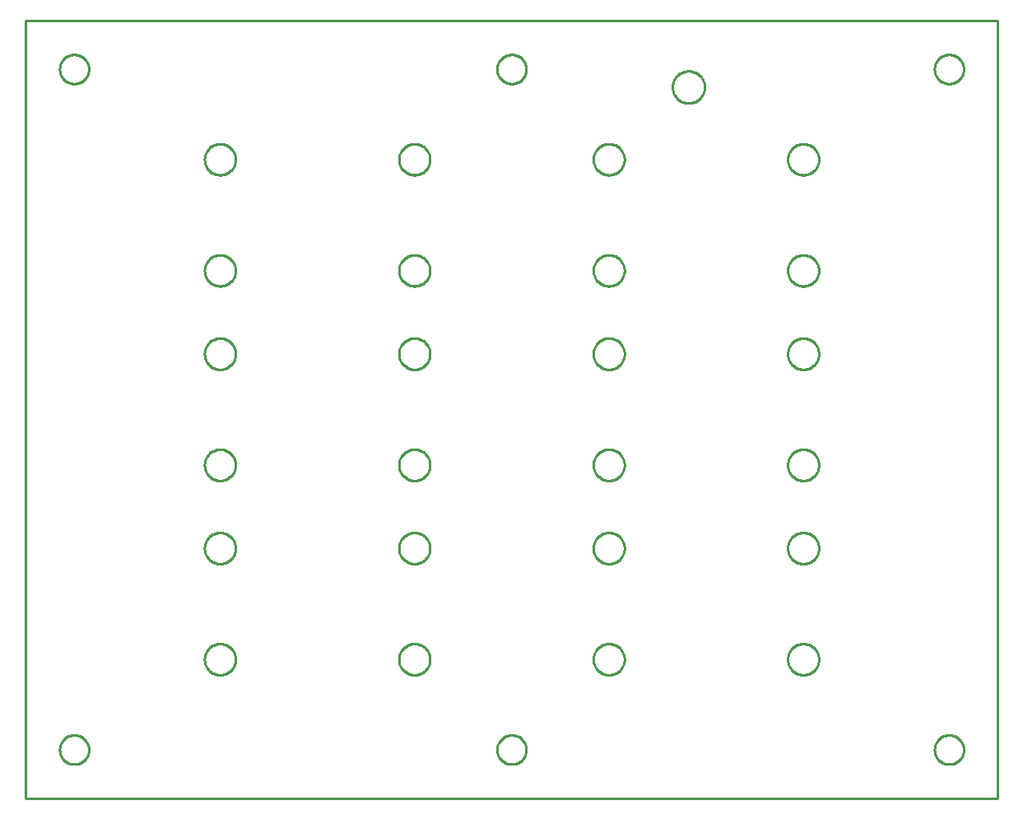
<source format=gbr>
G04 EAGLE Gerber RS-274X export*
G75*
%MOMM*%
%FSLAX34Y34*%
%LPD*%
%IN*%
%IPPOS*%
%AMOC8*
5,1,8,0,0,1.08239X$1,22.5*%
G01*
%ADD10C,0.254000*%


D10*
X0Y0D02*
X1000000Y0D01*
X1000000Y800000D01*
X0Y800000D01*
X0Y0D01*
X800524Y558850D02*
X801569Y558782D01*
X802608Y558645D01*
X803635Y558440D01*
X804647Y558169D01*
X805639Y557833D01*
X806607Y557432D01*
X807546Y556968D01*
X808454Y556445D01*
X809325Y555863D01*
X810156Y555225D01*
X810943Y554534D01*
X811684Y553793D01*
X812375Y553006D01*
X813013Y552175D01*
X813595Y551304D01*
X814118Y550396D01*
X814582Y549457D01*
X814983Y548489D01*
X815319Y547497D01*
X815590Y546485D01*
X815795Y545458D01*
X815932Y544419D01*
X816000Y543374D01*
X816000Y542326D01*
X815932Y541281D01*
X815795Y540242D01*
X815590Y539215D01*
X815319Y538203D01*
X814983Y537211D01*
X814582Y536243D01*
X814118Y535304D01*
X813595Y534396D01*
X813013Y533525D01*
X812375Y532694D01*
X811684Y531907D01*
X810943Y531166D01*
X810156Y530475D01*
X809325Y529838D01*
X808454Y529256D01*
X807546Y528732D01*
X806607Y528268D01*
X805639Y527867D01*
X804647Y527531D01*
X803635Y527260D01*
X802608Y527055D01*
X801569Y526919D01*
X800524Y526850D01*
X799476Y526850D01*
X798431Y526919D01*
X797392Y527055D01*
X796365Y527260D01*
X795353Y527531D01*
X794361Y527867D01*
X793393Y528268D01*
X792454Y528732D01*
X791546Y529256D01*
X790675Y529838D01*
X789844Y530475D01*
X789057Y531166D01*
X788316Y531907D01*
X787625Y532694D01*
X786988Y533525D01*
X786406Y534396D01*
X785882Y535304D01*
X785418Y536243D01*
X785017Y537211D01*
X784681Y538203D01*
X784410Y539215D01*
X784205Y540242D01*
X784069Y541281D01*
X784000Y542326D01*
X784000Y543374D01*
X784069Y544419D01*
X784205Y545458D01*
X784410Y546485D01*
X784681Y547497D01*
X785017Y548489D01*
X785418Y549457D01*
X785882Y550396D01*
X786406Y551304D01*
X786988Y552175D01*
X787625Y553006D01*
X788316Y553793D01*
X789057Y554534D01*
X789844Y555225D01*
X790675Y555863D01*
X791546Y556445D01*
X792454Y556968D01*
X793393Y557432D01*
X794361Y557833D01*
X795353Y558169D01*
X796365Y558440D01*
X797392Y558645D01*
X798431Y558782D01*
X799476Y558850D01*
X800524Y558850D01*
X800524Y673150D02*
X801569Y673082D01*
X802608Y672945D01*
X803635Y672740D01*
X804647Y672469D01*
X805639Y672133D01*
X806607Y671732D01*
X807546Y671268D01*
X808454Y670745D01*
X809325Y670163D01*
X810156Y669525D01*
X810943Y668834D01*
X811684Y668093D01*
X812375Y667306D01*
X813013Y666475D01*
X813595Y665604D01*
X814118Y664696D01*
X814582Y663757D01*
X814983Y662789D01*
X815319Y661797D01*
X815590Y660785D01*
X815795Y659758D01*
X815932Y658719D01*
X816000Y657674D01*
X816000Y656626D01*
X815932Y655581D01*
X815795Y654542D01*
X815590Y653515D01*
X815319Y652503D01*
X814983Y651511D01*
X814582Y650543D01*
X814118Y649604D01*
X813595Y648696D01*
X813013Y647825D01*
X812375Y646994D01*
X811684Y646207D01*
X810943Y645466D01*
X810156Y644775D01*
X809325Y644138D01*
X808454Y643556D01*
X807546Y643032D01*
X806607Y642568D01*
X805639Y642167D01*
X804647Y641831D01*
X803635Y641560D01*
X802608Y641355D01*
X801569Y641219D01*
X800524Y641150D01*
X799476Y641150D01*
X798431Y641219D01*
X797392Y641355D01*
X796365Y641560D01*
X795353Y641831D01*
X794361Y642167D01*
X793393Y642568D01*
X792454Y643032D01*
X791546Y643556D01*
X790675Y644138D01*
X789844Y644775D01*
X789057Y645466D01*
X788316Y646207D01*
X787625Y646994D01*
X786988Y647825D01*
X786406Y648696D01*
X785882Y649604D01*
X785418Y650543D01*
X785017Y651511D01*
X784681Y652503D01*
X784410Y653515D01*
X784205Y654542D01*
X784069Y655581D01*
X784000Y656626D01*
X784000Y657674D01*
X784069Y658719D01*
X784205Y659758D01*
X784410Y660785D01*
X784681Y661797D01*
X785017Y662789D01*
X785418Y663757D01*
X785882Y664696D01*
X786406Y665604D01*
X786988Y666475D01*
X787625Y667306D01*
X788316Y668093D01*
X789057Y668834D01*
X789844Y669525D01*
X790675Y670163D01*
X791546Y670745D01*
X792454Y671268D01*
X793393Y671732D01*
X794361Y672133D01*
X795353Y672469D01*
X796365Y672740D01*
X797392Y672945D01*
X798431Y673082D01*
X799476Y673150D01*
X800524Y673150D01*
X965000Y49464D02*
X964924Y48396D01*
X964771Y47335D01*
X964543Y46288D01*
X964241Y45260D01*
X963867Y44256D01*
X963422Y43281D01*
X962908Y42341D01*
X962329Y41440D01*
X961687Y40582D01*
X960985Y39772D01*
X960228Y39015D01*
X959418Y38313D01*
X958560Y37671D01*
X957659Y37092D01*
X956719Y36578D01*
X955744Y36133D01*
X954740Y35759D01*
X953712Y35457D01*
X952665Y35229D01*
X951604Y35076D01*
X950536Y35000D01*
X949464Y35000D01*
X948396Y35076D01*
X947335Y35229D01*
X946288Y35457D01*
X945260Y35759D01*
X944256Y36133D01*
X943281Y36578D01*
X942341Y37092D01*
X941440Y37671D01*
X940582Y38313D01*
X939772Y39015D01*
X939015Y39772D01*
X938313Y40582D01*
X937671Y41440D01*
X937092Y42341D01*
X936578Y43281D01*
X936133Y44256D01*
X935759Y45260D01*
X935457Y46288D01*
X935229Y47335D01*
X935076Y48396D01*
X935000Y49464D01*
X935000Y50536D01*
X935076Y51604D01*
X935229Y52665D01*
X935457Y53712D01*
X935759Y54740D01*
X936133Y55744D01*
X936578Y56719D01*
X937092Y57659D01*
X937671Y58560D01*
X938313Y59418D01*
X939015Y60228D01*
X939772Y60985D01*
X940582Y61687D01*
X941440Y62329D01*
X942341Y62908D01*
X943281Y63422D01*
X944256Y63867D01*
X945260Y64241D01*
X946288Y64543D01*
X947335Y64771D01*
X948396Y64924D01*
X949464Y65000D01*
X950536Y65000D01*
X951604Y64924D01*
X952665Y64771D01*
X953712Y64543D01*
X954740Y64241D01*
X955744Y63867D01*
X956719Y63422D01*
X957659Y62908D01*
X958560Y62329D01*
X959418Y61687D01*
X960228Y60985D01*
X960985Y60228D01*
X961687Y59418D01*
X962329Y58560D01*
X962908Y57659D01*
X963422Y56719D01*
X963867Y55744D01*
X964241Y54740D01*
X964543Y53712D01*
X964771Y52665D01*
X964924Y51604D01*
X965000Y50536D01*
X965000Y49464D01*
X515000Y49464D02*
X514924Y48396D01*
X514771Y47335D01*
X514543Y46288D01*
X514241Y45260D01*
X513867Y44256D01*
X513422Y43281D01*
X512908Y42341D01*
X512329Y41440D01*
X511687Y40582D01*
X510985Y39772D01*
X510228Y39015D01*
X509418Y38313D01*
X508560Y37671D01*
X507659Y37092D01*
X506719Y36578D01*
X505744Y36133D01*
X504740Y35759D01*
X503712Y35457D01*
X502665Y35229D01*
X501604Y35076D01*
X500536Y35000D01*
X499464Y35000D01*
X498396Y35076D01*
X497335Y35229D01*
X496288Y35457D01*
X495260Y35759D01*
X494256Y36133D01*
X493281Y36578D01*
X492341Y37092D01*
X491440Y37671D01*
X490582Y38313D01*
X489772Y39015D01*
X489015Y39772D01*
X488313Y40582D01*
X487671Y41440D01*
X487092Y42341D01*
X486578Y43281D01*
X486133Y44256D01*
X485759Y45260D01*
X485457Y46288D01*
X485229Y47335D01*
X485076Y48396D01*
X485000Y49464D01*
X485000Y50536D01*
X485076Y51604D01*
X485229Y52665D01*
X485457Y53712D01*
X485759Y54740D01*
X486133Y55744D01*
X486578Y56719D01*
X487092Y57659D01*
X487671Y58560D01*
X488313Y59418D01*
X489015Y60228D01*
X489772Y60985D01*
X490582Y61687D01*
X491440Y62329D01*
X492341Y62908D01*
X493281Y63422D01*
X494256Y63867D01*
X495260Y64241D01*
X496288Y64543D01*
X497335Y64771D01*
X498396Y64924D01*
X499464Y65000D01*
X500536Y65000D01*
X501604Y64924D01*
X502665Y64771D01*
X503712Y64543D01*
X504740Y64241D01*
X505744Y63867D01*
X506719Y63422D01*
X507659Y62908D01*
X508560Y62329D01*
X509418Y61687D01*
X510228Y60985D01*
X510985Y60228D01*
X511687Y59418D01*
X512329Y58560D01*
X512908Y57659D01*
X513422Y56719D01*
X513867Y55744D01*
X514241Y54740D01*
X514543Y53712D01*
X514771Y52665D01*
X514924Y51604D01*
X515000Y50536D01*
X515000Y49464D01*
X65000Y49464D02*
X64924Y48396D01*
X64771Y47335D01*
X64543Y46288D01*
X64241Y45260D01*
X63867Y44256D01*
X63422Y43281D01*
X62908Y42341D01*
X62329Y41440D01*
X61687Y40582D01*
X60985Y39772D01*
X60228Y39015D01*
X59418Y38313D01*
X58560Y37671D01*
X57659Y37092D01*
X56719Y36578D01*
X55744Y36133D01*
X54740Y35759D01*
X53712Y35457D01*
X52665Y35229D01*
X51604Y35076D01*
X50536Y35000D01*
X49464Y35000D01*
X48396Y35076D01*
X47335Y35229D01*
X46288Y35457D01*
X45260Y35759D01*
X44256Y36133D01*
X43281Y36578D01*
X42341Y37092D01*
X41440Y37671D01*
X40582Y38313D01*
X39772Y39015D01*
X39015Y39772D01*
X38313Y40582D01*
X37671Y41440D01*
X37092Y42341D01*
X36578Y43281D01*
X36133Y44256D01*
X35759Y45260D01*
X35457Y46288D01*
X35229Y47335D01*
X35076Y48396D01*
X35000Y49464D01*
X35000Y50536D01*
X35076Y51604D01*
X35229Y52665D01*
X35457Y53712D01*
X35759Y54740D01*
X36133Y55744D01*
X36578Y56719D01*
X37092Y57659D01*
X37671Y58560D01*
X38313Y59418D01*
X39015Y60228D01*
X39772Y60985D01*
X40582Y61687D01*
X41440Y62329D01*
X42341Y62908D01*
X43281Y63422D01*
X44256Y63867D01*
X45260Y64241D01*
X46288Y64543D01*
X47335Y64771D01*
X48396Y64924D01*
X49464Y65000D01*
X50536Y65000D01*
X51604Y64924D01*
X52665Y64771D01*
X53712Y64543D01*
X54740Y64241D01*
X55744Y63867D01*
X56719Y63422D01*
X57659Y62908D01*
X58560Y62329D01*
X59418Y61687D01*
X60228Y60985D01*
X60985Y60228D01*
X61687Y59418D01*
X62329Y58560D01*
X62908Y57659D01*
X63422Y56719D01*
X63867Y55744D01*
X64241Y54740D01*
X64543Y53712D01*
X64771Y52665D01*
X64924Y51604D01*
X65000Y50536D01*
X65000Y49464D01*
X965000Y749464D02*
X964924Y748396D01*
X964771Y747335D01*
X964543Y746288D01*
X964241Y745260D01*
X963867Y744256D01*
X963422Y743281D01*
X962908Y742341D01*
X962329Y741440D01*
X961687Y740582D01*
X960985Y739772D01*
X960228Y739015D01*
X959418Y738313D01*
X958560Y737671D01*
X957659Y737092D01*
X956719Y736578D01*
X955744Y736133D01*
X954740Y735759D01*
X953712Y735457D01*
X952665Y735229D01*
X951604Y735076D01*
X950536Y735000D01*
X949464Y735000D01*
X948396Y735076D01*
X947335Y735229D01*
X946288Y735457D01*
X945260Y735759D01*
X944256Y736133D01*
X943281Y736578D01*
X942341Y737092D01*
X941440Y737671D01*
X940582Y738313D01*
X939772Y739015D01*
X939015Y739772D01*
X938313Y740582D01*
X937671Y741440D01*
X937092Y742341D01*
X936578Y743281D01*
X936133Y744256D01*
X935759Y745260D01*
X935457Y746288D01*
X935229Y747335D01*
X935076Y748396D01*
X935000Y749464D01*
X935000Y750536D01*
X935076Y751604D01*
X935229Y752665D01*
X935457Y753712D01*
X935759Y754740D01*
X936133Y755744D01*
X936578Y756719D01*
X937092Y757659D01*
X937671Y758560D01*
X938313Y759418D01*
X939015Y760228D01*
X939772Y760985D01*
X940582Y761687D01*
X941440Y762329D01*
X942341Y762908D01*
X943281Y763422D01*
X944256Y763867D01*
X945260Y764241D01*
X946288Y764543D01*
X947335Y764771D01*
X948396Y764924D01*
X949464Y765000D01*
X950536Y765000D01*
X951604Y764924D01*
X952665Y764771D01*
X953712Y764543D01*
X954740Y764241D01*
X955744Y763867D01*
X956719Y763422D01*
X957659Y762908D01*
X958560Y762329D01*
X959418Y761687D01*
X960228Y760985D01*
X960985Y760228D01*
X961687Y759418D01*
X962329Y758560D01*
X962908Y757659D01*
X963422Y756719D01*
X963867Y755744D01*
X964241Y754740D01*
X964543Y753712D01*
X964771Y752665D01*
X964924Y751604D01*
X965000Y750536D01*
X965000Y749464D01*
X515000Y749464D02*
X514924Y748396D01*
X514771Y747335D01*
X514543Y746288D01*
X514241Y745260D01*
X513867Y744256D01*
X513422Y743281D01*
X512908Y742341D01*
X512329Y741440D01*
X511687Y740582D01*
X510985Y739772D01*
X510228Y739015D01*
X509418Y738313D01*
X508560Y737671D01*
X507659Y737092D01*
X506719Y736578D01*
X505744Y736133D01*
X504740Y735759D01*
X503712Y735457D01*
X502665Y735229D01*
X501604Y735076D01*
X500536Y735000D01*
X499464Y735000D01*
X498396Y735076D01*
X497335Y735229D01*
X496288Y735457D01*
X495260Y735759D01*
X494256Y736133D01*
X493281Y736578D01*
X492341Y737092D01*
X491440Y737671D01*
X490582Y738313D01*
X489772Y739015D01*
X489015Y739772D01*
X488313Y740582D01*
X487671Y741440D01*
X487092Y742341D01*
X486578Y743281D01*
X486133Y744256D01*
X485759Y745260D01*
X485457Y746288D01*
X485229Y747335D01*
X485076Y748396D01*
X485000Y749464D01*
X485000Y750536D01*
X485076Y751604D01*
X485229Y752665D01*
X485457Y753712D01*
X485759Y754740D01*
X486133Y755744D01*
X486578Y756719D01*
X487092Y757659D01*
X487671Y758560D01*
X488313Y759418D01*
X489015Y760228D01*
X489772Y760985D01*
X490582Y761687D01*
X491440Y762329D01*
X492341Y762908D01*
X493281Y763422D01*
X494256Y763867D01*
X495260Y764241D01*
X496288Y764543D01*
X497335Y764771D01*
X498396Y764924D01*
X499464Y765000D01*
X500536Y765000D01*
X501604Y764924D01*
X502665Y764771D01*
X503712Y764543D01*
X504740Y764241D01*
X505744Y763867D01*
X506719Y763422D01*
X507659Y762908D01*
X508560Y762329D01*
X509418Y761687D01*
X510228Y760985D01*
X510985Y760228D01*
X511687Y759418D01*
X512329Y758560D01*
X512908Y757659D01*
X513422Y756719D01*
X513867Y755744D01*
X514241Y754740D01*
X514543Y753712D01*
X514771Y752665D01*
X514924Y751604D01*
X515000Y750536D01*
X515000Y749464D01*
X65000Y749464D02*
X64924Y748396D01*
X64771Y747335D01*
X64543Y746288D01*
X64241Y745260D01*
X63867Y744256D01*
X63422Y743281D01*
X62908Y742341D01*
X62329Y741440D01*
X61687Y740582D01*
X60985Y739772D01*
X60228Y739015D01*
X59418Y738313D01*
X58560Y737671D01*
X57659Y737092D01*
X56719Y736578D01*
X55744Y736133D01*
X54740Y735759D01*
X53712Y735457D01*
X52665Y735229D01*
X51604Y735076D01*
X50536Y735000D01*
X49464Y735000D01*
X48396Y735076D01*
X47335Y735229D01*
X46288Y735457D01*
X45260Y735759D01*
X44256Y736133D01*
X43281Y736578D01*
X42341Y737092D01*
X41440Y737671D01*
X40582Y738313D01*
X39772Y739015D01*
X39015Y739772D01*
X38313Y740582D01*
X37671Y741440D01*
X37092Y742341D01*
X36578Y743281D01*
X36133Y744256D01*
X35759Y745260D01*
X35457Y746288D01*
X35229Y747335D01*
X35076Y748396D01*
X35000Y749464D01*
X35000Y750536D01*
X35076Y751604D01*
X35229Y752665D01*
X35457Y753712D01*
X35759Y754740D01*
X36133Y755744D01*
X36578Y756719D01*
X37092Y757659D01*
X37671Y758560D01*
X38313Y759418D01*
X39015Y760228D01*
X39772Y760985D01*
X40582Y761687D01*
X41440Y762329D01*
X42341Y762908D01*
X43281Y763422D01*
X44256Y763867D01*
X45260Y764241D01*
X46288Y764543D01*
X47335Y764771D01*
X48396Y764924D01*
X49464Y765000D01*
X50536Y765000D01*
X51604Y764924D01*
X52665Y764771D01*
X53712Y764543D01*
X54740Y764241D01*
X55744Y763867D01*
X56719Y763422D01*
X57659Y762908D01*
X58560Y762329D01*
X59418Y761687D01*
X60228Y760985D01*
X60985Y760228D01*
X61687Y759418D01*
X62329Y758560D01*
X62908Y757659D01*
X63422Y756719D01*
X63867Y755744D01*
X64241Y754740D01*
X64543Y753712D01*
X64771Y752665D01*
X64924Y751604D01*
X65000Y750536D01*
X65000Y749464D01*
X600524Y558850D02*
X601569Y558782D01*
X602608Y558645D01*
X603635Y558440D01*
X604647Y558169D01*
X605639Y557833D01*
X606607Y557432D01*
X607546Y556968D01*
X608454Y556445D01*
X609325Y555863D01*
X610156Y555225D01*
X610943Y554534D01*
X611684Y553793D01*
X612375Y553006D01*
X613013Y552175D01*
X613595Y551304D01*
X614118Y550396D01*
X614582Y549457D01*
X614983Y548489D01*
X615319Y547497D01*
X615590Y546485D01*
X615795Y545458D01*
X615932Y544419D01*
X616000Y543374D01*
X616000Y542326D01*
X615932Y541281D01*
X615795Y540242D01*
X615590Y539215D01*
X615319Y538203D01*
X614983Y537211D01*
X614582Y536243D01*
X614118Y535304D01*
X613595Y534396D01*
X613013Y533525D01*
X612375Y532694D01*
X611684Y531907D01*
X610943Y531166D01*
X610156Y530475D01*
X609325Y529838D01*
X608454Y529256D01*
X607546Y528732D01*
X606607Y528268D01*
X605639Y527867D01*
X604647Y527531D01*
X603635Y527260D01*
X602608Y527055D01*
X601569Y526919D01*
X600524Y526850D01*
X599476Y526850D01*
X598431Y526919D01*
X597392Y527055D01*
X596365Y527260D01*
X595353Y527531D01*
X594361Y527867D01*
X593393Y528268D01*
X592454Y528732D01*
X591546Y529256D01*
X590675Y529838D01*
X589844Y530475D01*
X589057Y531166D01*
X588316Y531907D01*
X587625Y532694D01*
X586988Y533525D01*
X586406Y534396D01*
X585882Y535304D01*
X585418Y536243D01*
X585017Y537211D01*
X584681Y538203D01*
X584410Y539215D01*
X584205Y540242D01*
X584069Y541281D01*
X584000Y542326D01*
X584000Y543374D01*
X584069Y544419D01*
X584205Y545458D01*
X584410Y546485D01*
X584681Y547497D01*
X585017Y548489D01*
X585418Y549457D01*
X585882Y550396D01*
X586406Y551304D01*
X586988Y552175D01*
X587625Y553006D01*
X588316Y553793D01*
X589057Y554534D01*
X589844Y555225D01*
X590675Y555863D01*
X591546Y556445D01*
X592454Y556968D01*
X593393Y557432D01*
X594361Y557833D01*
X595353Y558169D01*
X596365Y558440D01*
X597392Y558645D01*
X598431Y558782D01*
X599476Y558850D01*
X600524Y558850D01*
X600524Y673150D02*
X601569Y673082D01*
X602608Y672945D01*
X603635Y672740D01*
X604647Y672469D01*
X605639Y672133D01*
X606607Y671732D01*
X607546Y671268D01*
X608454Y670745D01*
X609325Y670163D01*
X610156Y669525D01*
X610943Y668834D01*
X611684Y668093D01*
X612375Y667306D01*
X613013Y666475D01*
X613595Y665604D01*
X614118Y664696D01*
X614582Y663757D01*
X614983Y662789D01*
X615319Y661797D01*
X615590Y660785D01*
X615795Y659758D01*
X615932Y658719D01*
X616000Y657674D01*
X616000Y656626D01*
X615932Y655581D01*
X615795Y654542D01*
X615590Y653515D01*
X615319Y652503D01*
X614983Y651511D01*
X614582Y650543D01*
X614118Y649604D01*
X613595Y648696D01*
X613013Y647825D01*
X612375Y646994D01*
X611684Y646207D01*
X610943Y645466D01*
X610156Y644775D01*
X609325Y644138D01*
X608454Y643556D01*
X607546Y643032D01*
X606607Y642568D01*
X605639Y642167D01*
X604647Y641831D01*
X603635Y641560D01*
X602608Y641355D01*
X601569Y641219D01*
X600524Y641150D01*
X599476Y641150D01*
X598431Y641219D01*
X597392Y641355D01*
X596365Y641560D01*
X595353Y641831D01*
X594361Y642167D01*
X593393Y642568D01*
X592454Y643032D01*
X591546Y643556D01*
X590675Y644138D01*
X589844Y644775D01*
X589057Y645466D01*
X588316Y646207D01*
X587625Y646994D01*
X586988Y647825D01*
X586406Y648696D01*
X585882Y649604D01*
X585418Y650543D01*
X585017Y651511D01*
X584681Y652503D01*
X584410Y653515D01*
X584205Y654542D01*
X584069Y655581D01*
X584000Y656626D01*
X584000Y657674D01*
X584069Y658719D01*
X584205Y659758D01*
X584410Y660785D01*
X584681Y661797D01*
X585017Y662789D01*
X585418Y663757D01*
X585882Y664696D01*
X586406Y665604D01*
X586988Y666475D01*
X587625Y667306D01*
X588316Y668093D01*
X589057Y668834D01*
X589844Y669525D01*
X590675Y670163D01*
X591546Y670745D01*
X592454Y671268D01*
X593393Y671732D01*
X594361Y672133D01*
X595353Y672469D01*
X596365Y672740D01*
X597392Y672945D01*
X598431Y673082D01*
X599476Y673150D01*
X600524Y673150D01*
X400524Y558850D02*
X401569Y558782D01*
X402608Y558645D01*
X403635Y558440D01*
X404647Y558169D01*
X405639Y557833D01*
X406607Y557432D01*
X407546Y556968D01*
X408454Y556445D01*
X409325Y555863D01*
X410156Y555225D01*
X410943Y554534D01*
X411684Y553793D01*
X412375Y553006D01*
X413013Y552175D01*
X413595Y551304D01*
X414118Y550396D01*
X414582Y549457D01*
X414983Y548489D01*
X415319Y547497D01*
X415590Y546485D01*
X415795Y545458D01*
X415932Y544419D01*
X416000Y543374D01*
X416000Y542326D01*
X415932Y541281D01*
X415795Y540242D01*
X415590Y539215D01*
X415319Y538203D01*
X414983Y537211D01*
X414582Y536243D01*
X414118Y535304D01*
X413595Y534396D01*
X413013Y533525D01*
X412375Y532694D01*
X411684Y531907D01*
X410943Y531166D01*
X410156Y530475D01*
X409325Y529838D01*
X408454Y529256D01*
X407546Y528732D01*
X406607Y528268D01*
X405639Y527867D01*
X404647Y527531D01*
X403635Y527260D01*
X402608Y527055D01*
X401569Y526919D01*
X400524Y526850D01*
X399476Y526850D01*
X398431Y526919D01*
X397392Y527055D01*
X396365Y527260D01*
X395353Y527531D01*
X394361Y527867D01*
X393393Y528268D01*
X392454Y528732D01*
X391546Y529256D01*
X390675Y529838D01*
X389844Y530475D01*
X389057Y531166D01*
X388316Y531907D01*
X387625Y532694D01*
X386988Y533525D01*
X386406Y534396D01*
X385882Y535304D01*
X385418Y536243D01*
X385017Y537211D01*
X384681Y538203D01*
X384410Y539215D01*
X384205Y540242D01*
X384069Y541281D01*
X384000Y542326D01*
X384000Y543374D01*
X384069Y544419D01*
X384205Y545458D01*
X384410Y546485D01*
X384681Y547497D01*
X385017Y548489D01*
X385418Y549457D01*
X385882Y550396D01*
X386406Y551304D01*
X386988Y552175D01*
X387625Y553006D01*
X388316Y553793D01*
X389057Y554534D01*
X389844Y555225D01*
X390675Y555863D01*
X391546Y556445D01*
X392454Y556968D01*
X393393Y557432D01*
X394361Y557833D01*
X395353Y558169D01*
X396365Y558440D01*
X397392Y558645D01*
X398431Y558782D01*
X399476Y558850D01*
X400524Y558850D01*
X400524Y673150D02*
X401569Y673082D01*
X402608Y672945D01*
X403635Y672740D01*
X404647Y672469D01*
X405639Y672133D01*
X406607Y671732D01*
X407546Y671268D01*
X408454Y670745D01*
X409325Y670163D01*
X410156Y669525D01*
X410943Y668834D01*
X411684Y668093D01*
X412375Y667306D01*
X413013Y666475D01*
X413595Y665604D01*
X414118Y664696D01*
X414582Y663757D01*
X414983Y662789D01*
X415319Y661797D01*
X415590Y660785D01*
X415795Y659758D01*
X415932Y658719D01*
X416000Y657674D01*
X416000Y656626D01*
X415932Y655581D01*
X415795Y654542D01*
X415590Y653515D01*
X415319Y652503D01*
X414983Y651511D01*
X414582Y650543D01*
X414118Y649604D01*
X413595Y648696D01*
X413013Y647825D01*
X412375Y646994D01*
X411684Y646207D01*
X410943Y645466D01*
X410156Y644775D01*
X409325Y644138D01*
X408454Y643556D01*
X407546Y643032D01*
X406607Y642568D01*
X405639Y642167D01*
X404647Y641831D01*
X403635Y641560D01*
X402608Y641355D01*
X401569Y641219D01*
X400524Y641150D01*
X399476Y641150D01*
X398431Y641219D01*
X397392Y641355D01*
X396365Y641560D01*
X395353Y641831D01*
X394361Y642167D01*
X393393Y642568D01*
X392454Y643032D01*
X391546Y643556D01*
X390675Y644138D01*
X389844Y644775D01*
X389057Y645466D01*
X388316Y646207D01*
X387625Y646994D01*
X386988Y647825D01*
X386406Y648696D01*
X385882Y649604D01*
X385418Y650543D01*
X385017Y651511D01*
X384681Y652503D01*
X384410Y653515D01*
X384205Y654542D01*
X384069Y655581D01*
X384000Y656626D01*
X384000Y657674D01*
X384069Y658719D01*
X384205Y659758D01*
X384410Y660785D01*
X384681Y661797D01*
X385017Y662789D01*
X385418Y663757D01*
X385882Y664696D01*
X386406Y665604D01*
X386988Y666475D01*
X387625Y667306D01*
X388316Y668093D01*
X389057Y668834D01*
X389844Y669525D01*
X390675Y670163D01*
X391546Y670745D01*
X392454Y671268D01*
X393393Y671732D01*
X394361Y672133D01*
X395353Y672469D01*
X396365Y672740D01*
X397392Y672945D01*
X398431Y673082D01*
X399476Y673150D01*
X400524Y673150D01*
X200524Y558850D02*
X201569Y558782D01*
X202608Y558645D01*
X203635Y558440D01*
X204647Y558169D01*
X205639Y557833D01*
X206607Y557432D01*
X207546Y556968D01*
X208454Y556445D01*
X209325Y555863D01*
X210156Y555225D01*
X210943Y554534D01*
X211684Y553793D01*
X212375Y553006D01*
X213013Y552175D01*
X213595Y551304D01*
X214118Y550396D01*
X214582Y549457D01*
X214983Y548489D01*
X215319Y547497D01*
X215590Y546485D01*
X215795Y545458D01*
X215932Y544419D01*
X216000Y543374D01*
X216000Y542326D01*
X215932Y541281D01*
X215795Y540242D01*
X215590Y539215D01*
X215319Y538203D01*
X214983Y537211D01*
X214582Y536243D01*
X214118Y535304D01*
X213595Y534396D01*
X213013Y533525D01*
X212375Y532694D01*
X211684Y531907D01*
X210943Y531166D01*
X210156Y530475D01*
X209325Y529838D01*
X208454Y529256D01*
X207546Y528732D01*
X206607Y528268D01*
X205639Y527867D01*
X204647Y527531D01*
X203635Y527260D01*
X202608Y527055D01*
X201569Y526919D01*
X200524Y526850D01*
X199476Y526850D01*
X198431Y526919D01*
X197392Y527055D01*
X196365Y527260D01*
X195353Y527531D01*
X194361Y527867D01*
X193393Y528268D01*
X192454Y528732D01*
X191546Y529256D01*
X190675Y529838D01*
X189844Y530475D01*
X189057Y531166D01*
X188316Y531907D01*
X187625Y532694D01*
X186988Y533525D01*
X186406Y534396D01*
X185882Y535304D01*
X185418Y536243D01*
X185017Y537211D01*
X184681Y538203D01*
X184410Y539215D01*
X184205Y540242D01*
X184069Y541281D01*
X184000Y542326D01*
X184000Y543374D01*
X184069Y544419D01*
X184205Y545458D01*
X184410Y546485D01*
X184681Y547497D01*
X185017Y548489D01*
X185418Y549457D01*
X185882Y550396D01*
X186406Y551304D01*
X186988Y552175D01*
X187625Y553006D01*
X188316Y553793D01*
X189057Y554534D01*
X189844Y555225D01*
X190675Y555863D01*
X191546Y556445D01*
X192454Y556968D01*
X193393Y557432D01*
X194361Y557833D01*
X195353Y558169D01*
X196365Y558440D01*
X197392Y558645D01*
X198431Y558782D01*
X199476Y558850D01*
X200524Y558850D01*
X200524Y673150D02*
X201569Y673082D01*
X202608Y672945D01*
X203635Y672740D01*
X204647Y672469D01*
X205639Y672133D01*
X206607Y671732D01*
X207546Y671268D01*
X208454Y670745D01*
X209325Y670163D01*
X210156Y669525D01*
X210943Y668834D01*
X211684Y668093D01*
X212375Y667306D01*
X213013Y666475D01*
X213595Y665604D01*
X214118Y664696D01*
X214582Y663757D01*
X214983Y662789D01*
X215319Y661797D01*
X215590Y660785D01*
X215795Y659758D01*
X215932Y658719D01*
X216000Y657674D01*
X216000Y656626D01*
X215932Y655581D01*
X215795Y654542D01*
X215590Y653515D01*
X215319Y652503D01*
X214983Y651511D01*
X214582Y650543D01*
X214118Y649604D01*
X213595Y648696D01*
X213013Y647825D01*
X212375Y646994D01*
X211684Y646207D01*
X210943Y645466D01*
X210156Y644775D01*
X209325Y644138D01*
X208454Y643556D01*
X207546Y643032D01*
X206607Y642568D01*
X205639Y642167D01*
X204647Y641831D01*
X203635Y641560D01*
X202608Y641355D01*
X201569Y641219D01*
X200524Y641150D01*
X199476Y641150D01*
X198431Y641219D01*
X197392Y641355D01*
X196365Y641560D01*
X195353Y641831D01*
X194361Y642167D01*
X193393Y642568D01*
X192454Y643032D01*
X191546Y643556D01*
X190675Y644138D01*
X189844Y644775D01*
X189057Y645466D01*
X188316Y646207D01*
X187625Y646994D01*
X186988Y647825D01*
X186406Y648696D01*
X185882Y649604D01*
X185418Y650543D01*
X185017Y651511D01*
X184681Y652503D01*
X184410Y653515D01*
X184205Y654542D01*
X184069Y655581D01*
X184000Y656626D01*
X184000Y657674D01*
X184069Y658719D01*
X184205Y659758D01*
X184410Y660785D01*
X184681Y661797D01*
X185017Y662789D01*
X185418Y663757D01*
X185882Y664696D01*
X186406Y665604D01*
X186988Y666475D01*
X187625Y667306D01*
X188316Y668093D01*
X189057Y668834D01*
X189844Y669525D01*
X190675Y670163D01*
X191546Y670745D01*
X192454Y671268D01*
X193393Y671732D01*
X194361Y672133D01*
X195353Y672469D01*
X196365Y672740D01*
X197392Y672945D01*
X198431Y673082D01*
X199476Y673150D01*
X200524Y673150D01*
X200524Y358850D02*
X201569Y358782D01*
X202608Y358645D01*
X203635Y358440D01*
X204647Y358169D01*
X205639Y357833D01*
X206607Y357432D01*
X207546Y356968D01*
X208454Y356445D01*
X209325Y355863D01*
X210156Y355225D01*
X210943Y354534D01*
X211684Y353793D01*
X212375Y353006D01*
X213013Y352175D01*
X213595Y351304D01*
X214118Y350396D01*
X214582Y349457D01*
X214983Y348489D01*
X215319Y347497D01*
X215590Y346485D01*
X215795Y345458D01*
X215932Y344419D01*
X216000Y343374D01*
X216000Y342326D01*
X215932Y341281D01*
X215795Y340242D01*
X215590Y339215D01*
X215319Y338203D01*
X214983Y337211D01*
X214582Y336243D01*
X214118Y335304D01*
X213595Y334396D01*
X213013Y333525D01*
X212375Y332694D01*
X211684Y331907D01*
X210943Y331166D01*
X210156Y330475D01*
X209325Y329838D01*
X208454Y329256D01*
X207546Y328732D01*
X206607Y328268D01*
X205639Y327867D01*
X204647Y327531D01*
X203635Y327260D01*
X202608Y327055D01*
X201569Y326919D01*
X200524Y326850D01*
X199476Y326850D01*
X198431Y326919D01*
X197392Y327055D01*
X196365Y327260D01*
X195353Y327531D01*
X194361Y327867D01*
X193393Y328268D01*
X192454Y328732D01*
X191546Y329256D01*
X190675Y329838D01*
X189844Y330475D01*
X189057Y331166D01*
X188316Y331907D01*
X187625Y332694D01*
X186988Y333525D01*
X186406Y334396D01*
X185882Y335304D01*
X185418Y336243D01*
X185017Y337211D01*
X184681Y338203D01*
X184410Y339215D01*
X184205Y340242D01*
X184069Y341281D01*
X184000Y342326D01*
X184000Y343374D01*
X184069Y344419D01*
X184205Y345458D01*
X184410Y346485D01*
X184681Y347497D01*
X185017Y348489D01*
X185418Y349457D01*
X185882Y350396D01*
X186406Y351304D01*
X186988Y352175D01*
X187625Y353006D01*
X188316Y353793D01*
X189057Y354534D01*
X189844Y355225D01*
X190675Y355863D01*
X191546Y356445D01*
X192454Y356968D01*
X193393Y357432D01*
X194361Y357833D01*
X195353Y358169D01*
X196365Y358440D01*
X197392Y358645D01*
X198431Y358782D01*
X199476Y358850D01*
X200524Y358850D01*
X200524Y473150D02*
X201569Y473082D01*
X202608Y472945D01*
X203635Y472740D01*
X204647Y472469D01*
X205639Y472133D01*
X206607Y471732D01*
X207546Y471268D01*
X208454Y470745D01*
X209325Y470163D01*
X210156Y469525D01*
X210943Y468834D01*
X211684Y468093D01*
X212375Y467306D01*
X213013Y466475D01*
X213595Y465604D01*
X214118Y464696D01*
X214582Y463757D01*
X214983Y462789D01*
X215319Y461797D01*
X215590Y460785D01*
X215795Y459758D01*
X215932Y458719D01*
X216000Y457674D01*
X216000Y456626D01*
X215932Y455581D01*
X215795Y454542D01*
X215590Y453515D01*
X215319Y452503D01*
X214983Y451511D01*
X214582Y450543D01*
X214118Y449604D01*
X213595Y448696D01*
X213013Y447825D01*
X212375Y446994D01*
X211684Y446207D01*
X210943Y445466D01*
X210156Y444775D01*
X209325Y444138D01*
X208454Y443556D01*
X207546Y443032D01*
X206607Y442568D01*
X205639Y442167D01*
X204647Y441831D01*
X203635Y441560D01*
X202608Y441355D01*
X201569Y441219D01*
X200524Y441150D01*
X199476Y441150D01*
X198431Y441219D01*
X197392Y441355D01*
X196365Y441560D01*
X195353Y441831D01*
X194361Y442167D01*
X193393Y442568D01*
X192454Y443032D01*
X191546Y443556D01*
X190675Y444138D01*
X189844Y444775D01*
X189057Y445466D01*
X188316Y446207D01*
X187625Y446994D01*
X186988Y447825D01*
X186406Y448696D01*
X185882Y449604D01*
X185418Y450543D01*
X185017Y451511D01*
X184681Y452503D01*
X184410Y453515D01*
X184205Y454542D01*
X184069Y455581D01*
X184000Y456626D01*
X184000Y457674D01*
X184069Y458719D01*
X184205Y459758D01*
X184410Y460785D01*
X184681Y461797D01*
X185017Y462789D01*
X185418Y463757D01*
X185882Y464696D01*
X186406Y465604D01*
X186988Y466475D01*
X187625Y467306D01*
X188316Y468093D01*
X189057Y468834D01*
X189844Y469525D01*
X190675Y470163D01*
X191546Y470745D01*
X192454Y471268D01*
X193393Y471732D01*
X194361Y472133D01*
X195353Y472469D01*
X196365Y472740D01*
X197392Y472945D01*
X198431Y473082D01*
X199476Y473150D01*
X200524Y473150D01*
X400524Y358850D02*
X401569Y358782D01*
X402608Y358645D01*
X403635Y358440D01*
X404647Y358169D01*
X405639Y357833D01*
X406607Y357432D01*
X407546Y356968D01*
X408454Y356445D01*
X409325Y355863D01*
X410156Y355225D01*
X410943Y354534D01*
X411684Y353793D01*
X412375Y353006D01*
X413013Y352175D01*
X413595Y351304D01*
X414118Y350396D01*
X414582Y349457D01*
X414983Y348489D01*
X415319Y347497D01*
X415590Y346485D01*
X415795Y345458D01*
X415932Y344419D01*
X416000Y343374D01*
X416000Y342326D01*
X415932Y341281D01*
X415795Y340242D01*
X415590Y339215D01*
X415319Y338203D01*
X414983Y337211D01*
X414582Y336243D01*
X414118Y335304D01*
X413595Y334396D01*
X413013Y333525D01*
X412375Y332694D01*
X411684Y331907D01*
X410943Y331166D01*
X410156Y330475D01*
X409325Y329838D01*
X408454Y329256D01*
X407546Y328732D01*
X406607Y328268D01*
X405639Y327867D01*
X404647Y327531D01*
X403635Y327260D01*
X402608Y327055D01*
X401569Y326919D01*
X400524Y326850D01*
X399476Y326850D01*
X398431Y326919D01*
X397392Y327055D01*
X396365Y327260D01*
X395353Y327531D01*
X394361Y327867D01*
X393393Y328268D01*
X392454Y328732D01*
X391546Y329256D01*
X390675Y329838D01*
X389844Y330475D01*
X389057Y331166D01*
X388316Y331907D01*
X387625Y332694D01*
X386988Y333525D01*
X386406Y334396D01*
X385882Y335304D01*
X385418Y336243D01*
X385017Y337211D01*
X384681Y338203D01*
X384410Y339215D01*
X384205Y340242D01*
X384069Y341281D01*
X384000Y342326D01*
X384000Y343374D01*
X384069Y344419D01*
X384205Y345458D01*
X384410Y346485D01*
X384681Y347497D01*
X385017Y348489D01*
X385418Y349457D01*
X385882Y350396D01*
X386406Y351304D01*
X386988Y352175D01*
X387625Y353006D01*
X388316Y353793D01*
X389057Y354534D01*
X389844Y355225D01*
X390675Y355863D01*
X391546Y356445D01*
X392454Y356968D01*
X393393Y357432D01*
X394361Y357833D01*
X395353Y358169D01*
X396365Y358440D01*
X397392Y358645D01*
X398431Y358782D01*
X399476Y358850D01*
X400524Y358850D01*
X400524Y473150D02*
X401569Y473082D01*
X402608Y472945D01*
X403635Y472740D01*
X404647Y472469D01*
X405639Y472133D01*
X406607Y471732D01*
X407546Y471268D01*
X408454Y470745D01*
X409325Y470163D01*
X410156Y469525D01*
X410943Y468834D01*
X411684Y468093D01*
X412375Y467306D01*
X413013Y466475D01*
X413595Y465604D01*
X414118Y464696D01*
X414582Y463757D01*
X414983Y462789D01*
X415319Y461797D01*
X415590Y460785D01*
X415795Y459758D01*
X415932Y458719D01*
X416000Y457674D01*
X416000Y456626D01*
X415932Y455581D01*
X415795Y454542D01*
X415590Y453515D01*
X415319Y452503D01*
X414983Y451511D01*
X414582Y450543D01*
X414118Y449604D01*
X413595Y448696D01*
X413013Y447825D01*
X412375Y446994D01*
X411684Y446207D01*
X410943Y445466D01*
X410156Y444775D01*
X409325Y444138D01*
X408454Y443556D01*
X407546Y443032D01*
X406607Y442568D01*
X405639Y442167D01*
X404647Y441831D01*
X403635Y441560D01*
X402608Y441355D01*
X401569Y441219D01*
X400524Y441150D01*
X399476Y441150D01*
X398431Y441219D01*
X397392Y441355D01*
X396365Y441560D01*
X395353Y441831D01*
X394361Y442167D01*
X393393Y442568D01*
X392454Y443032D01*
X391546Y443556D01*
X390675Y444138D01*
X389844Y444775D01*
X389057Y445466D01*
X388316Y446207D01*
X387625Y446994D01*
X386988Y447825D01*
X386406Y448696D01*
X385882Y449604D01*
X385418Y450543D01*
X385017Y451511D01*
X384681Y452503D01*
X384410Y453515D01*
X384205Y454542D01*
X384069Y455581D01*
X384000Y456626D01*
X384000Y457674D01*
X384069Y458719D01*
X384205Y459758D01*
X384410Y460785D01*
X384681Y461797D01*
X385017Y462789D01*
X385418Y463757D01*
X385882Y464696D01*
X386406Y465604D01*
X386988Y466475D01*
X387625Y467306D01*
X388316Y468093D01*
X389057Y468834D01*
X389844Y469525D01*
X390675Y470163D01*
X391546Y470745D01*
X392454Y471268D01*
X393393Y471732D01*
X394361Y472133D01*
X395353Y472469D01*
X396365Y472740D01*
X397392Y472945D01*
X398431Y473082D01*
X399476Y473150D01*
X400524Y473150D01*
X600524Y358850D02*
X601569Y358782D01*
X602608Y358645D01*
X603635Y358440D01*
X604647Y358169D01*
X605639Y357833D01*
X606607Y357432D01*
X607546Y356968D01*
X608454Y356445D01*
X609325Y355863D01*
X610156Y355225D01*
X610943Y354534D01*
X611684Y353793D01*
X612375Y353006D01*
X613013Y352175D01*
X613595Y351304D01*
X614118Y350396D01*
X614582Y349457D01*
X614983Y348489D01*
X615319Y347497D01*
X615590Y346485D01*
X615795Y345458D01*
X615932Y344419D01*
X616000Y343374D01*
X616000Y342326D01*
X615932Y341281D01*
X615795Y340242D01*
X615590Y339215D01*
X615319Y338203D01*
X614983Y337211D01*
X614582Y336243D01*
X614118Y335304D01*
X613595Y334396D01*
X613013Y333525D01*
X612375Y332694D01*
X611684Y331907D01*
X610943Y331166D01*
X610156Y330475D01*
X609325Y329838D01*
X608454Y329256D01*
X607546Y328732D01*
X606607Y328268D01*
X605639Y327867D01*
X604647Y327531D01*
X603635Y327260D01*
X602608Y327055D01*
X601569Y326919D01*
X600524Y326850D01*
X599476Y326850D01*
X598431Y326919D01*
X597392Y327055D01*
X596365Y327260D01*
X595353Y327531D01*
X594361Y327867D01*
X593393Y328268D01*
X592454Y328732D01*
X591546Y329256D01*
X590675Y329838D01*
X589844Y330475D01*
X589057Y331166D01*
X588316Y331907D01*
X587625Y332694D01*
X586988Y333525D01*
X586406Y334396D01*
X585882Y335304D01*
X585418Y336243D01*
X585017Y337211D01*
X584681Y338203D01*
X584410Y339215D01*
X584205Y340242D01*
X584069Y341281D01*
X584000Y342326D01*
X584000Y343374D01*
X584069Y344419D01*
X584205Y345458D01*
X584410Y346485D01*
X584681Y347497D01*
X585017Y348489D01*
X585418Y349457D01*
X585882Y350396D01*
X586406Y351304D01*
X586988Y352175D01*
X587625Y353006D01*
X588316Y353793D01*
X589057Y354534D01*
X589844Y355225D01*
X590675Y355863D01*
X591546Y356445D01*
X592454Y356968D01*
X593393Y357432D01*
X594361Y357833D01*
X595353Y358169D01*
X596365Y358440D01*
X597392Y358645D01*
X598431Y358782D01*
X599476Y358850D01*
X600524Y358850D01*
X600524Y473150D02*
X601569Y473082D01*
X602608Y472945D01*
X603635Y472740D01*
X604647Y472469D01*
X605639Y472133D01*
X606607Y471732D01*
X607546Y471268D01*
X608454Y470745D01*
X609325Y470163D01*
X610156Y469525D01*
X610943Y468834D01*
X611684Y468093D01*
X612375Y467306D01*
X613013Y466475D01*
X613595Y465604D01*
X614118Y464696D01*
X614582Y463757D01*
X614983Y462789D01*
X615319Y461797D01*
X615590Y460785D01*
X615795Y459758D01*
X615932Y458719D01*
X616000Y457674D01*
X616000Y456626D01*
X615932Y455581D01*
X615795Y454542D01*
X615590Y453515D01*
X615319Y452503D01*
X614983Y451511D01*
X614582Y450543D01*
X614118Y449604D01*
X613595Y448696D01*
X613013Y447825D01*
X612375Y446994D01*
X611684Y446207D01*
X610943Y445466D01*
X610156Y444775D01*
X609325Y444138D01*
X608454Y443556D01*
X607546Y443032D01*
X606607Y442568D01*
X605639Y442167D01*
X604647Y441831D01*
X603635Y441560D01*
X602608Y441355D01*
X601569Y441219D01*
X600524Y441150D01*
X599476Y441150D01*
X598431Y441219D01*
X597392Y441355D01*
X596365Y441560D01*
X595353Y441831D01*
X594361Y442167D01*
X593393Y442568D01*
X592454Y443032D01*
X591546Y443556D01*
X590675Y444138D01*
X589844Y444775D01*
X589057Y445466D01*
X588316Y446207D01*
X587625Y446994D01*
X586988Y447825D01*
X586406Y448696D01*
X585882Y449604D01*
X585418Y450543D01*
X585017Y451511D01*
X584681Y452503D01*
X584410Y453515D01*
X584205Y454542D01*
X584069Y455581D01*
X584000Y456626D01*
X584000Y457674D01*
X584069Y458719D01*
X584205Y459758D01*
X584410Y460785D01*
X584681Y461797D01*
X585017Y462789D01*
X585418Y463757D01*
X585882Y464696D01*
X586406Y465604D01*
X586988Y466475D01*
X587625Y467306D01*
X588316Y468093D01*
X589057Y468834D01*
X589844Y469525D01*
X590675Y470163D01*
X591546Y470745D01*
X592454Y471268D01*
X593393Y471732D01*
X594361Y472133D01*
X595353Y472469D01*
X596365Y472740D01*
X597392Y472945D01*
X598431Y473082D01*
X599476Y473150D01*
X600524Y473150D01*
X800524Y358850D02*
X801569Y358782D01*
X802608Y358645D01*
X803635Y358440D01*
X804647Y358169D01*
X805639Y357833D01*
X806607Y357432D01*
X807546Y356968D01*
X808454Y356445D01*
X809325Y355863D01*
X810156Y355225D01*
X810943Y354534D01*
X811684Y353793D01*
X812375Y353006D01*
X813013Y352175D01*
X813595Y351304D01*
X814118Y350396D01*
X814582Y349457D01*
X814983Y348489D01*
X815319Y347497D01*
X815590Y346485D01*
X815795Y345458D01*
X815932Y344419D01*
X816000Y343374D01*
X816000Y342326D01*
X815932Y341281D01*
X815795Y340242D01*
X815590Y339215D01*
X815319Y338203D01*
X814983Y337211D01*
X814582Y336243D01*
X814118Y335304D01*
X813595Y334396D01*
X813013Y333525D01*
X812375Y332694D01*
X811684Y331907D01*
X810943Y331166D01*
X810156Y330475D01*
X809325Y329838D01*
X808454Y329256D01*
X807546Y328732D01*
X806607Y328268D01*
X805639Y327867D01*
X804647Y327531D01*
X803635Y327260D01*
X802608Y327055D01*
X801569Y326919D01*
X800524Y326850D01*
X799476Y326850D01*
X798431Y326919D01*
X797392Y327055D01*
X796365Y327260D01*
X795353Y327531D01*
X794361Y327867D01*
X793393Y328268D01*
X792454Y328732D01*
X791546Y329256D01*
X790675Y329838D01*
X789844Y330475D01*
X789057Y331166D01*
X788316Y331907D01*
X787625Y332694D01*
X786988Y333525D01*
X786406Y334396D01*
X785882Y335304D01*
X785418Y336243D01*
X785017Y337211D01*
X784681Y338203D01*
X784410Y339215D01*
X784205Y340242D01*
X784069Y341281D01*
X784000Y342326D01*
X784000Y343374D01*
X784069Y344419D01*
X784205Y345458D01*
X784410Y346485D01*
X784681Y347497D01*
X785017Y348489D01*
X785418Y349457D01*
X785882Y350396D01*
X786406Y351304D01*
X786988Y352175D01*
X787625Y353006D01*
X788316Y353793D01*
X789057Y354534D01*
X789844Y355225D01*
X790675Y355863D01*
X791546Y356445D01*
X792454Y356968D01*
X793393Y357432D01*
X794361Y357833D01*
X795353Y358169D01*
X796365Y358440D01*
X797392Y358645D01*
X798431Y358782D01*
X799476Y358850D01*
X800524Y358850D01*
X800524Y473150D02*
X801569Y473082D01*
X802608Y472945D01*
X803635Y472740D01*
X804647Y472469D01*
X805639Y472133D01*
X806607Y471732D01*
X807546Y471268D01*
X808454Y470745D01*
X809325Y470163D01*
X810156Y469525D01*
X810943Y468834D01*
X811684Y468093D01*
X812375Y467306D01*
X813013Y466475D01*
X813595Y465604D01*
X814118Y464696D01*
X814582Y463757D01*
X814983Y462789D01*
X815319Y461797D01*
X815590Y460785D01*
X815795Y459758D01*
X815932Y458719D01*
X816000Y457674D01*
X816000Y456626D01*
X815932Y455581D01*
X815795Y454542D01*
X815590Y453515D01*
X815319Y452503D01*
X814983Y451511D01*
X814582Y450543D01*
X814118Y449604D01*
X813595Y448696D01*
X813013Y447825D01*
X812375Y446994D01*
X811684Y446207D01*
X810943Y445466D01*
X810156Y444775D01*
X809325Y444138D01*
X808454Y443556D01*
X807546Y443032D01*
X806607Y442568D01*
X805639Y442167D01*
X804647Y441831D01*
X803635Y441560D01*
X802608Y441355D01*
X801569Y441219D01*
X800524Y441150D01*
X799476Y441150D01*
X798431Y441219D01*
X797392Y441355D01*
X796365Y441560D01*
X795353Y441831D01*
X794361Y442167D01*
X793393Y442568D01*
X792454Y443032D01*
X791546Y443556D01*
X790675Y444138D01*
X789844Y444775D01*
X789057Y445466D01*
X788316Y446207D01*
X787625Y446994D01*
X786988Y447825D01*
X786406Y448696D01*
X785882Y449604D01*
X785418Y450543D01*
X785017Y451511D01*
X784681Y452503D01*
X784410Y453515D01*
X784205Y454542D01*
X784069Y455581D01*
X784000Y456626D01*
X784000Y457674D01*
X784069Y458719D01*
X784205Y459758D01*
X784410Y460785D01*
X784681Y461797D01*
X785017Y462789D01*
X785418Y463757D01*
X785882Y464696D01*
X786406Y465604D01*
X786988Y466475D01*
X787625Y467306D01*
X788316Y468093D01*
X789057Y468834D01*
X789844Y469525D01*
X790675Y470163D01*
X791546Y470745D01*
X792454Y471268D01*
X793393Y471732D01*
X794361Y472133D01*
X795353Y472469D01*
X796365Y472740D01*
X797392Y472945D01*
X798431Y473082D01*
X799476Y473150D01*
X800524Y473150D01*
X800524Y158850D02*
X801569Y158782D01*
X802608Y158645D01*
X803635Y158440D01*
X804647Y158169D01*
X805639Y157833D01*
X806607Y157432D01*
X807546Y156968D01*
X808454Y156445D01*
X809325Y155863D01*
X810156Y155225D01*
X810943Y154534D01*
X811684Y153793D01*
X812375Y153006D01*
X813013Y152175D01*
X813595Y151304D01*
X814118Y150396D01*
X814582Y149457D01*
X814983Y148489D01*
X815319Y147497D01*
X815590Y146485D01*
X815795Y145458D01*
X815932Y144419D01*
X816000Y143374D01*
X816000Y142326D01*
X815932Y141281D01*
X815795Y140242D01*
X815590Y139215D01*
X815319Y138203D01*
X814983Y137211D01*
X814582Y136243D01*
X814118Y135304D01*
X813595Y134396D01*
X813013Y133525D01*
X812375Y132694D01*
X811684Y131907D01*
X810943Y131166D01*
X810156Y130475D01*
X809325Y129838D01*
X808454Y129256D01*
X807546Y128732D01*
X806607Y128268D01*
X805639Y127867D01*
X804647Y127531D01*
X803635Y127260D01*
X802608Y127055D01*
X801569Y126919D01*
X800524Y126850D01*
X799476Y126850D01*
X798431Y126919D01*
X797392Y127055D01*
X796365Y127260D01*
X795353Y127531D01*
X794361Y127867D01*
X793393Y128268D01*
X792454Y128732D01*
X791546Y129256D01*
X790675Y129838D01*
X789844Y130475D01*
X789057Y131166D01*
X788316Y131907D01*
X787625Y132694D01*
X786988Y133525D01*
X786406Y134396D01*
X785882Y135304D01*
X785418Y136243D01*
X785017Y137211D01*
X784681Y138203D01*
X784410Y139215D01*
X784205Y140242D01*
X784069Y141281D01*
X784000Y142326D01*
X784000Y143374D01*
X784069Y144419D01*
X784205Y145458D01*
X784410Y146485D01*
X784681Y147497D01*
X785017Y148489D01*
X785418Y149457D01*
X785882Y150396D01*
X786406Y151304D01*
X786988Y152175D01*
X787625Y153006D01*
X788316Y153793D01*
X789057Y154534D01*
X789844Y155225D01*
X790675Y155863D01*
X791546Y156445D01*
X792454Y156968D01*
X793393Y157432D01*
X794361Y157833D01*
X795353Y158169D01*
X796365Y158440D01*
X797392Y158645D01*
X798431Y158782D01*
X799476Y158850D01*
X800524Y158850D01*
X800524Y273150D02*
X801569Y273082D01*
X802608Y272945D01*
X803635Y272740D01*
X804647Y272469D01*
X805639Y272133D01*
X806607Y271732D01*
X807546Y271268D01*
X808454Y270745D01*
X809325Y270163D01*
X810156Y269525D01*
X810943Y268834D01*
X811684Y268093D01*
X812375Y267306D01*
X813013Y266475D01*
X813595Y265604D01*
X814118Y264696D01*
X814582Y263757D01*
X814983Y262789D01*
X815319Y261797D01*
X815590Y260785D01*
X815795Y259758D01*
X815932Y258719D01*
X816000Y257674D01*
X816000Y256626D01*
X815932Y255581D01*
X815795Y254542D01*
X815590Y253515D01*
X815319Y252503D01*
X814983Y251511D01*
X814582Y250543D01*
X814118Y249604D01*
X813595Y248696D01*
X813013Y247825D01*
X812375Y246994D01*
X811684Y246207D01*
X810943Y245466D01*
X810156Y244775D01*
X809325Y244138D01*
X808454Y243556D01*
X807546Y243032D01*
X806607Y242568D01*
X805639Y242167D01*
X804647Y241831D01*
X803635Y241560D01*
X802608Y241355D01*
X801569Y241219D01*
X800524Y241150D01*
X799476Y241150D01*
X798431Y241219D01*
X797392Y241355D01*
X796365Y241560D01*
X795353Y241831D01*
X794361Y242167D01*
X793393Y242568D01*
X792454Y243032D01*
X791546Y243556D01*
X790675Y244138D01*
X789844Y244775D01*
X789057Y245466D01*
X788316Y246207D01*
X787625Y246994D01*
X786988Y247825D01*
X786406Y248696D01*
X785882Y249604D01*
X785418Y250543D01*
X785017Y251511D01*
X784681Y252503D01*
X784410Y253515D01*
X784205Y254542D01*
X784069Y255581D01*
X784000Y256626D01*
X784000Y257674D01*
X784069Y258719D01*
X784205Y259758D01*
X784410Y260785D01*
X784681Y261797D01*
X785017Y262789D01*
X785418Y263757D01*
X785882Y264696D01*
X786406Y265604D01*
X786988Y266475D01*
X787625Y267306D01*
X788316Y268093D01*
X789057Y268834D01*
X789844Y269525D01*
X790675Y270163D01*
X791546Y270745D01*
X792454Y271268D01*
X793393Y271732D01*
X794361Y272133D01*
X795353Y272469D01*
X796365Y272740D01*
X797392Y272945D01*
X798431Y273082D01*
X799476Y273150D01*
X800524Y273150D01*
X600524Y158850D02*
X601569Y158782D01*
X602608Y158645D01*
X603635Y158440D01*
X604647Y158169D01*
X605639Y157833D01*
X606607Y157432D01*
X607546Y156968D01*
X608454Y156445D01*
X609325Y155863D01*
X610156Y155225D01*
X610943Y154534D01*
X611684Y153793D01*
X612375Y153006D01*
X613013Y152175D01*
X613595Y151304D01*
X614118Y150396D01*
X614582Y149457D01*
X614983Y148489D01*
X615319Y147497D01*
X615590Y146485D01*
X615795Y145458D01*
X615932Y144419D01*
X616000Y143374D01*
X616000Y142326D01*
X615932Y141281D01*
X615795Y140242D01*
X615590Y139215D01*
X615319Y138203D01*
X614983Y137211D01*
X614582Y136243D01*
X614118Y135304D01*
X613595Y134396D01*
X613013Y133525D01*
X612375Y132694D01*
X611684Y131907D01*
X610943Y131166D01*
X610156Y130475D01*
X609325Y129838D01*
X608454Y129256D01*
X607546Y128732D01*
X606607Y128268D01*
X605639Y127867D01*
X604647Y127531D01*
X603635Y127260D01*
X602608Y127055D01*
X601569Y126919D01*
X600524Y126850D01*
X599476Y126850D01*
X598431Y126919D01*
X597392Y127055D01*
X596365Y127260D01*
X595353Y127531D01*
X594361Y127867D01*
X593393Y128268D01*
X592454Y128732D01*
X591546Y129256D01*
X590675Y129838D01*
X589844Y130475D01*
X589057Y131166D01*
X588316Y131907D01*
X587625Y132694D01*
X586988Y133525D01*
X586406Y134396D01*
X585882Y135304D01*
X585418Y136243D01*
X585017Y137211D01*
X584681Y138203D01*
X584410Y139215D01*
X584205Y140242D01*
X584069Y141281D01*
X584000Y142326D01*
X584000Y143374D01*
X584069Y144419D01*
X584205Y145458D01*
X584410Y146485D01*
X584681Y147497D01*
X585017Y148489D01*
X585418Y149457D01*
X585882Y150396D01*
X586406Y151304D01*
X586988Y152175D01*
X587625Y153006D01*
X588316Y153793D01*
X589057Y154534D01*
X589844Y155225D01*
X590675Y155863D01*
X591546Y156445D01*
X592454Y156968D01*
X593393Y157432D01*
X594361Y157833D01*
X595353Y158169D01*
X596365Y158440D01*
X597392Y158645D01*
X598431Y158782D01*
X599476Y158850D01*
X600524Y158850D01*
X600524Y273150D02*
X601569Y273082D01*
X602608Y272945D01*
X603635Y272740D01*
X604647Y272469D01*
X605639Y272133D01*
X606607Y271732D01*
X607546Y271268D01*
X608454Y270745D01*
X609325Y270163D01*
X610156Y269525D01*
X610943Y268834D01*
X611684Y268093D01*
X612375Y267306D01*
X613013Y266475D01*
X613595Y265604D01*
X614118Y264696D01*
X614582Y263757D01*
X614983Y262789D01*
X615319Y261797D01*
X615590Y260785D01*
X615795Y259758D01*
X615932Y258719D01*
X616000Y257674D01*
X616000Y256626D01*
X615932Y255581D01*
X615795Y254542D01*
X615590Y253515D01*
X615319Y252503D01*
X614983Y251511D01*
X614582Y250543D01*
X614118Y249604D01*
X613595Y248696D01*
X613013Y247825D01*
X612375Y246994D01*
X611684Y246207D01*
X610943Y245466D01*
X610156Y244775D01*
X609325Y244138D01*
X608454Y243556D01*
X607546Y243032D01*
X606607Y242568D01*
X605639Y242167D01*
X604647Y241831D01*
X603635Y241560D01*
X602608Y241355D01*
X601569Y241219D01*
X600524Y241150D01*
X599476Y241150D01*
X598431Y241219D01*
X597392Y241355D01*
X596365Y241560D01*
X595353Y241831D01*
X594361Y242167D01*
X593393Y242568D01*
X592454Y243032D01*
X591546Y243556D01*
X590675Y244138D01*
X589844Y244775D01*
X589057Y245466D01*
X588316Y246207D01*
X587625Y246994D01*
X586988Y247825D01*
X586406Y248696D01*
X585882Y249604D01*
X585418Y250543D01*
X585017Y251511D01*
X584681Y252503D01*
X584410Y253515D01*
X584205Y254542D01*
X584069Y255581D01*
X584000Y256626D01*
X584000Y257674D01*
X584069Y258719D01*
X584205Y259758D01*
X584410Y260785D01*
X584681Y261797D01*
X585017Y262789D01*
X585418Y263757D01*
X585882Y264696D01*
X586406Y265604D01*
X586988Y266475D01*
X587625Y267306D01*
X588316Y268093D01*
X589057Y268834D01*
X589844Y269525D01*
X590675Y270163D01*
X591546Y270745D01*
X592454Y271268D01*
X593393Y271732D01*
X594361Y272133D01*
X595353Y272469D01*
X596365Y272740D01*
X597392Y272945D01*
X598431Y273082D01*
X599476Y273150D01*
X600524Y273150D01*
X400524Y158850D02*
X401569Y158782D01*
X402608Y158645D01*
X403635Y158440D01*
X404647Y158169D01*
X405639Y157833D01*
X406607Y157432D01*
X407546Y156968D01*
X408454Y156445D01*
X409325Y155863D01*
X410156Y155225D01*
X410943Y154534D01*
X411684Y153793D01*
X412375Y153006D01*
X413013Y152175D01*
X413595Y151304D01*
X414118Y150396D01*
X414582Y149457D01*
X414983Y148489D01*
X415319Y147497D01*
X415590Y146485D01*
X415795Y145458D01*
X415932Y144419D01*
X416000Y143374D01*
X416000Y142326D01*
X415932Y141281D01*
X415795Y140242D01*
X415590Y139215D01*
X415319Y138203D01*
X414983Y137211D01*
X414582Y136243D01*
X414118Y135304D01*
X413595Y134396D01*
X413013Y133525D01*
X412375Y132694D01*
X411684Y131907D01*
X410943Y131166D01*
X410156Y130475D01*
X409325Y129838D01*
X408454Y129256D01*
X407546Y128732D01*
X406607Y128268D01*
X405639Y127867D01*
X404647Y127531D01*
X403635Y127260D01*
X402608Y127055D01*
X401569Y126919D01*
X400524Y126850D01*
X399476Y126850D01*
X398431Y126919D01*
X397392Y127055D01*
X396365Y127260D01*
X395353Y127531D01*
X394361Y127867D01*
X393393Y128268D01*
X392454Y128732D01*
X391546Y129256D01*
X390675Y129838D01*
X389844Y130475D01*
X389057Y131166D01*
X388316Y131907D01*
X387625Y132694D01*
X386988Y133525D01*
X386406Y134396D01*
X385882Y135304D01*
X385418Y136243D01*
X385017Y137211D01*
X384681Y138203D01*
X384410Y139215D01*
X384205Y140242D01*
X384069Y141281D01*
X384000Y142326D01*
X384000Y143374D01*
X384069Y144419D01*
X384205Y145458D01*
X384410Y146485D01*
X384681Y147497D01*
X385017Y148489D01*
X385418Y149457D01*
X385882Y150396D01*
X386406Y151304D01*
X386988Y152175D01*
X387625Y153006D01*
X388316Y153793D01*
X389057Y154534D01*
X389844Y155225D01*
X390675Y155863D01*
X391546Y156445D01*
X392454Y156968D01*
X393393Y157432D01*
X394361Y157833D01*
X395353Y158169D01*
X396365Y158440D01*
X397392Y158645D01*
X398431Y158782D01*
X399476Y158850D01*
X400524Y158850D01*
X400524Y273150D02*
X401569Y273082D01*
X402608Y272945D01*
X403635Y272740D01*
X404647Y272469D01*
X405639Y272133D01*
X406607Y271732D01*
X407546Y271268D01*
X408454Y270745D01*
X409325Y270163D01*
X410156Y269525D01*
X410943Y268834D01*
X411684Y268093D01*
X412375Y267306D01*
X413013Y266475D01*
X413595Y265604D01*
X414118Y264696D01*
X414582Y263757D01*
X414983Y262789D01*
X415319Y261797D01*
X415590Y260785D01*
X415795Y259758D01*
X415932Y258719D01*
X416000Y257674D01*
X416000Y256626D01*
X415932Y255581D01*
X415795Y254542D01*
X415590Y253515D01*
X415319Y252503D01*
X414983Y251511D01*
X414582Y250543D01*
X414118Y249604D01*
X413595Y248696D01*
X413013Y247825D01*
X412375Y246994D01*
X411684Y246207D01*
X410943Y245466D01*
X410156Y244775D01*
X409325Y244138D01*
X408454Y243556D01*
X407546Y243032D01*
X406607Y242568D01*
X405639Y242167D01*
X404647Y241831D01*
X403635Y241560D01*
X402608Y241355D01*
X401569Y241219D01*
X400524Y241150D01*
X399476Y241150D01*
X398431Y241219D01*
X397392Y241355D01*
X396365Y241560D01*
X395353Y241831D01*
X394361Y242167D01*
X393393Y242568D01*
X392454Y243032D01*
X391546Y243556D01*
X390675Y244138D01*
X389844Y244775D01*
X389057Y245466D01*
X388316Y246207D01*
X387625Y246994D01*
X386988Y247825D01*
X386406Y248696D01*
X385882Y249604D01*
X385418Y250543D01*
X385017Y251511D01*
X384681Y252503D01*
X384410Y253515D01*
X384205Y254542D01*
X384069Y255581D01*
X384000Y256626D01*
X384000Y257674D01*
X384069Y258719D01*
X384205Y259758D01*
X384410Y260785D01*
X384681Y261797D01*
X385017Y262789D01*
X385418Y263757D01*
X385882Y264696D01*
X386406Y265604D01*
X386988Y266475D01*
X387625Y267306D01*
X388316Y268093D01*
X389057Y268834D01*
X389844Y269525D01*
X390675Y270163D01*
X391546Y270745D01*
X392454Y271268D01*
X393393Y271732D01*
X394361Y272133D01*
X395353Y272469D01*
X396365Y272740D01*
X397392Y272945D01*
X398431Y273082D01*
X399476Y273150D01*
X400524Y273150D01*
X200524Y158850D02*
X201569Y158782D01*
X202608Y158645D01*
X203635Y158440D01*
X204647Y158169D01*
X205639Y157833D01*
X206607Y157432D01*
X207546Y156968D01*
X208454Y156445D01*
X209325Y155863D01*
X210156Y155225D01*
X210943Y154534D01*
X211684Y153793D01*
X212375Y153006D01*
X213013Y152175D01*
X213595Y151304D01*
X214118Y150396D01*
X214582Y149457D01*
X214983Y148489D01*
X215319Y147497D01*
X215590Y146485D01*
X215795Y145458D01*
X215932Y144419D01*
X216000Y143374D01*
X216000Y142326D01*
X215932Y141281D01*
X215795Y140242D01*
X215590Y139215D01*
X215319Y138203D01*
X214983Y137211D01*
X214582Y136243D01*
X214118Y135304D01*
X213595Y134396D01*
X213013Y133525D01*
X212375Y132694D01*
X211684Y131907D01*
X210943Y131166D01*
X210156Y130475D01*
X209325Y129838D01*
X208454Y129256D01*
X207546Y128732D01*
X206607Y128268D01*
X205639Y127867D01*
X204647Y127531D01*
X203635Y127260D01*
X202608Y127055D01*
X201569Y126919D01*
X200524Y126850D01*
X199476Y126850D01*
X198431Y126919D01*
X197392Y127055D01*
X196365Y127260D01*
X195353Y127531D01*
X194361Y127867D01*
X193393Y128268D01*
X192454Y128732D01*
X191546Y129256D01*
X190675Y129838D01*
X189844Y130475D01*
X189057Y131166D01*
X188316Y131907D01*
X187625Y132694D01*
X186988Y133525D01*
X186406Y134396D01*
X185882Y135304D01*
X185418Y136243D01*
X185017Y137211D01*
X184681Y138203D01*
X184410Y139215D01*
X184205Y140242D01*
X184069Y141281D01*
X184000Y142326D01*
X184000Y143374D01*
X184069Y144419D01*
X184205Y145458D01*
X184410Y146485D01*
X184681Y147497D01*
X185017Y148489D01*
X185418Y149457D01*
X185882Y150396D01*
X186406Y151304D01*
X186988Y152175D01*
X187625Y153006D01*
X188316Y153793D01*
X189057Y154534D01*
X189844Y155225D01*
X190675Y155863D01*
X191546Y156445D01*
X192454Y156968D01*
X193393Y157432D01*
X194361Y157833D01*
X195353Y158169D01*
X196365Y158440D01*
X197392Y158645D01*
X198431Y158782D01*
X199476Y158850D01*
X200524Y158850D01*
X200524Y273150D02*
X201569Y273082D01*
X202608Y272945D01*
X203635Y272740D01*
X204647Y272469D01*
X205639Y272133D01*
X206607Y271732D01*
X207546Y271268D01*
X208454Y270745D01*
X209325Y270163D01*
X210156Y269525D01*
X210943Y268834D01*
X211684Y268093D01*
X212375Y267306D01*
X213013Y266475D01*
X213595Y265604D01*
X214118Y264696D01*
X214582Y263757D01*
X214983Y262789D01*
X215319Y261797D01*
X215590Y260785D01*
X215795Y259758D01*
X215932Y258719D01*
X216000Y257674D01*
X216000Y256626D01*
X215932Y255581D01*
X215795Y254542D01*
X215590Y253515D01*
X215319Y252503D01*
X214983Y251511D01*
X214582Y250543D01*
X214118Y249604D01*
X213595Y248696D01*
X213013Y247825D01*
X212375Y246994D01*
X211684Y246207D01*
X210943Y245466D01*
X210156Y244775D01*
X209325Y244138D01*
X208454Y243556D01*
X207546Y243032D01*
X206607Y242568D01*
X205639Y242167D01*
X204647Y241831D01*
X203635Y241560D01*
X202608Y241355D01*
X201569Y241219D01*
X200524Y241150D01*
X199476Y241150D01*
X198431Y241219D01*
X197392Y241355D01*
X196365Y241560D01*
X195353Y241831D01*
X194361Y242167D01*
X193393Y242568D01*
X192454Y243032D01*
X191546Y243556D01*
X190675Y244138D01*
X189844Y244775D01*
X189057Y245466D01*
X188316Y246207D01*
X187625Y246994D01*
X186988Y247825D01*
X186406Y248696D01*
X185882Y249604D01*
X185418Y250543D01*
X185017Y251511D01*
X184681Y252503D01*
X184410Y253515D01*
X184205Y254542D01*
X184069Y255581D01*
X184000Y256626D01*
X184000Y257674D01*
X184069Y258719D01*
X184205Y259758D01*
X184410Y260785D01*
X184681Y261797D01*
X185017Y262789D01*
X185418Y263757D01*
X185882Y264696D01*
X186406Y265604D01*
X186988Y266475D01*
X187625Y267306D01*
X188316Y268093D01*
X189057Y268834D01*
X189844Y269525D01*
X190675Y270163D01*
X191546Y270745D01*
X192454Y271268D01*
X193393Y271732D01*
X194361Y272133D01*
X195353Y272469D01*
X196365Y272740D01*
X197392Y272945D01*
X198431Y273082D01*
X199476Y273150D01*
X200524Y273150D01*
X682530Y715010D02*
X683609Y715081D01*
X684681Y715222D01*
X685741Y715433D01*
X686785Y715712D01*
X687809Y716060D01*
X688807Y716474D01*
X689777Y716952D01*
X690713Y717492D01*
X691612Y718093D01*
X692469Y718751D01*
X693282Y719464D01*
X694047Y720228D01*
X694759Y721041D01*
X695417Y721898D01*
X696018Y722797D01*
X696558Y723733D01*
X697036Y724703D01*
X697450Y725701D01*
X697798Y726725D01*
X698077Y727769D01*
X698288Y728829D01*
X698429Y729901D01*
X698500Y730980D01*
X698500Y732060D01*
X698429Y733139D01*
X698288Y734211D01*
X698077Y735271D01*
X697798Y736315D01*
X697450Y737339D01*
X697036Y738337D01*
X696558Y739307D01*
X696018Y740243D01*
X695417Y741142D01*
X694759Y741999D01*
X694047Y742812D01*
X693282Y743577D01*
X692469Y744289D01*
X691612Y744947D01*
X690713Y745548D01*
X689777Y746088D01*
X688807Y746566D01*
X687809Y746980D01*
X686785Y747328D01*
X685741Y747607D01*
X684681Y747818D01*
X683609Y747959D01*
X682530Y748030D01*
X681450Y748030D01*
X680371Y747959D01*
X679299Y747818D01*
X678239Y747607D01*
X677195Y747328D01*
X676171Y746980D01*
X675173Y746566D01*
X674203Y746088D01*
X673267Y745548D01*
X672368Y744947D01*
X671511Y744289D01*
X670698Y743577D01*
X669934Y742812D01*
X669221Y741999D01*
X668563Y741142D01*
X667962Y740243D01*
X667422Y739307D01*
X666944Y738337D01*
X666530Y737339D01*
X666182Y736315D01*
X665903Y735271D01*
X665692Y734211D01*
X665551Y733139D01*
X665480Y732060D01*
X665480Y730980D01*
X665551Y729901D01*
X665692Y728829D01*
X665903Y727769D01*
X666182Y726725D01*
X666530Y725701D01*
X666944Y724703D01*
X667422Y723733D01*
X667962Y722797D01*
X668563Y721898D01*
X669221Y721041D01*
X669934Y720228D01*
X670698Y719464D01*
X671511Y718751D01*
X672368Y718093D01*
X673267Y717492D01*
X674203Y716952D01*
X675173Y716474D01*
X676171Y716060D01*
X677195Y715712D01*
X678239Y715433D01*
X679299Y715222D01*
X680371Y715081D01*
X681450Y715010D01*
X682530Y715010D01*
M02*

</source>
